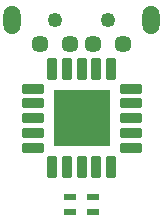
<source format=gbr>
%TF.GenerationSoftware,KiCad,Pcbnew,8.0.4*%
%TF.CreationDate,2024-07-28T22:04:51+02:00*%
%TF.ProjectId,miniCO2,6d696e69-434f-4322-9e6b-696361645f70,rev?*%
%TF.SameCoordinates,Original*%
%TF.FileFunction,Soldermask,Top*%
%TF.FilePolarity,Negative*%
%FSLAX46Y46*%
G04 Gerber Fmt 4.6, Leading zero omitted, Abs format (unit mm)*
G04 Created by KiCad (PCBNEW 8.0.4) date 2024-07-28 22:04:51*
%MOMM*%
%LPD*%
G01*
G04 APERTURE LIST*
G04 Aperture macros list*
%AMRoundRect*
0 Rectangle with rounded corners*
0 $1 Rounding radius*
0 $2 $3 $4 $5 $6 $7 $8 $9 X,Y pos of 4 corners*
0 Add a 4 corners polygon primitive as box body*
4,1,4,$2,$3,$4,$5,$6,$7,$8,$9,$2,$3,0*
0 Add four circle primitives for the rounded corners*
1,1,$1+$1,$2,$3*
1,1,$1+$1,$4,$5*
1,1,$1+$1,$6,$7*
1,1,$1+$1,$8,$9*
0 Add four rect primitives between the rounded corners*
20,1,$1+$1,$2,$3,$4,$5,0*
20,1,$1+$1,$4,$5,$6,$7,0*
20,1,$1+$1,$6,$7,$8,$9,0*
20,1,$1+$1,$8,$9,$2,$3,0*%
G04 Aperture macros list end*
%ADD10RoundRect,0.212500X0.212500X-0.737500X0.212500X0.737500X-0.212500X0.737500X-0.212500X-0.737500X0*%
%ADD11RoundRect,0.212500X0.737500X-0.212500X0.737500X0.212500X-0.737500X0.212500X-0.737500X-0.212500X0*%
%ADD12R,4.800000X4.800000*%
%ADD13C,1.250000*%
%ADD14C,1.450000*%
%ADD15O,1.450000X2.450000*%
%ADD16R,1.000000X0.600000*%
G04 APERTURE END LIST*
D10*
%TO.C,U3*%
X138978000Y-93329400D03*
X140228000Y-93329400D03*
X141478000Y-93329400D03*
X142728000Y-93329400D03*
X143978000Y-93329400D03*
D11*
X145628000Y-91679400D03*
X145628000Y-90429400D03*
X145628000Y-89179400D03*
X145628000Y-87929400D03*
X145628000Y-86679400D03*
D10*
X143978000Y-85029400D03*
X142728000Y-85029400D03*
X141478000Y-85029400D03*
X140228000Y-85029400D03*
X138978000Y-85029400D03*
D11*
X137328000Y-86679400D03*
X137328000Y-87929400D03*
X137328000Y-89179400D03*
X137328000Y-90429400D03*
X137328000Y-91679400D03*
D12*
X141478000Y-89179400D03*
%TD*%
D13*
%TO.C,J1*%
X139228000Y-80844000D03*
X143728000Y-80844000D03*
D14*
X137978000Y-82944000D03*
X140478000Y-82944000D03*
X142478000Y-82944000D03*
X144978000Y-82944000D03*
D15*
X135628000Y-80844000D03*
X147328000Y-80844000D03*
%TD*%
D16*
%TO.C,D2*%
X142478000Y-95844600D03*
X142478000Y-97144600D03*
X140478000Y-97144600D03*
X140478000Y-95844600D03*
%TD*%
M02*

</source>
